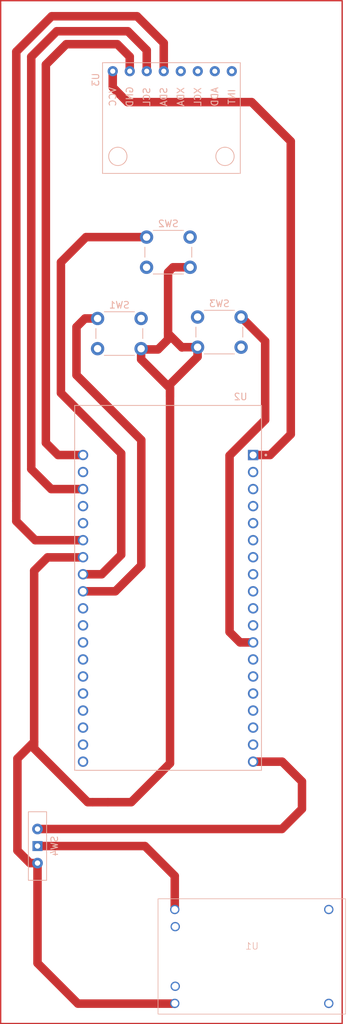
<source format=kicad_pcb>
(kicad_pcb (version 20241229) (generator "pcbnew") (generator_version "9.0")
  (layers (0 "F.Cu" signal) (2 "B.Cu" signal) (13 "F.Paste" user) (15 "B.Paste" user) (5 "F.SilkS" user "F.Silkscreen") (7 "B.SilkS" user "B.Silkscreen") (1 "F.Mask" user) (3 "B.Mask" user) (25 "Edge.Cuts" user))
  (net 0 "")
  (net 1 "GND")
  (net 2 "Net-(U2-IO14)")
  (net 3 "Net-(U2-IO19)")
  (net 4 "Net-(SW4-B)")
  (net 8 "INPUT")
  (net 9 "Net-(U2-GND3)")
  (net 10 "Net-(U2-IO21)")
  (net 14 "Net-(U2-IO22)")
  (net 20 "Net-(U2-IO18)")
  (net 38 "Net-(SW4-C)")
  (net 45 "Net-(U1-Bat+)")
  (net 46 "Net-(U1-Bat-)")
  (footprint "usini_sensors:module_mpu6050" (layer "B.Cu") (at 59.517 35.015 -90)
    (property "Reference" "U3" (at 1.27 20.32 90) (layer "B.SilkS") (effects (justify mirror)))
    (property "Value" "module_mpu6050")
    (fp_line (start -1.27 19.304) (end 15.24 19.304) (stroke (width 0.12)) (layer "B.SilkS"))
    (fp_line (start 15.24 19.304) (end 15.24 -1.27) (stroke (width 0.12)) (layer "B.SilkS"))
    (fp_line (start -1.27 -1.27) (end -1.27 19.304) (stroke (width 0.12)) (layer "B.SilkS"))
    (fp_line (start 15.24 -1.27) (end -1.27 -1.27) (stroke (width 0.12)) (layer "B.SilkS"))
    (fp_circle (center 12.7 17.018) (end 13.208 15.748) (stroke (width 0.12)) (fill no) (layer "B.SilkS"))
    (fp_circle (center 12.7 1.016) (end 13.208 -0.254) (stroke (width 0.12)) (fill no) (layer "B.SilkS"))
    (fp_text user "SDA" (at 3.81 10.16 90) (layer "B.SilkS") (effects (justify mirror)))
    (fp_text user "ADD" (at 3.81 2.54 90) (layer "B.SilkS") (effects (justify mirror)))
    (fp_text user "INT" (at 3.81 0 90) (layer "B.SilkS") (effects (justify mirror)))
    (fp_text user "GND" (at 3.81 15.24 90) (layer "B.SilkS") (effects (justify mirror)))
    (fp_text user "XCL" (at 3.81 5.08 90) (layer "B.SilkS") (effects (justify mirror)))
    (fp_text user "XDA" (at 3.81 7.62 90) (layer "B.SilkS") (effects (justify mirror)))
    (fp_text user "VCC" (at 3.81 17.78 90) (layer "B.SilkS") (effects (justify mirror)))
    (fp_text user "SCL" (at 3.81 12.7 90) (layer "B.SilkS") (effects (justify mirror)))
    (pad "1" thru_hole circle (at 0 17.78 270) (size 1.524 1.524) (drill 0.762) (layers "*.Cu" "*.Mask") (net 8 "INPUT"))
    (pad "2" thru_hole circle (at 0 15.24 270) (size 1.524 1.524) (drill 0.762) (layers "*.Cu" "*.Mask") (net 9 "Net-(U2-GND3)"))
    (pad "3" thru_hole circle (at 0 12.7 270) (size 1.524 1.524) (drill 0.762) (layers "*.Cu" "*.Mask") (net 14 "Net-(U2-IO22)"))
    (pad "4" thru_hole circle (at 0 10.16 270) (size 1.524 1.524) (drill 0.762) (layers "*.Cu" "*.Mask") (net 10 "Net-(U2-IO21)"))
    (pad "5" thru_hole circle (at 0 7.62 270) (size 1.524 1.524) (drill 0.762) (layers "*.Cu" "*.Mask"))
    (pad "6" thru_hole circle (at 0 5.08 270) (size 1.524 1.524) (drill 0.762) (layers "*.Cu" "*.Mask"))
    (pad "7" thru_hole circle (at 0 2.54 270) (size 1.524 1.524) (drill 0.762) (layers "*.Cu" "*.Mask"))
    (pad "8" thru_hole circle (at 0 0 270) (size 1.524 1.524) (drill 0.762) (layers "*.Cu" "*.Mask"))
  )
  (footprint "Button_Switch_THT:SW_Slide-03_Wuerth-WS-SLTV_10x2.5x6.4_P2.54mm" (layer "B.Cu") (at 30.5 150.54 90)
    (property "Reference" "SW4" (at 0 2.54 270) (layer "B.SilkS") (effects (justify mirror)))
    (property "Value" "SW_SPDT")
    (fp_rect (start -5.11 1.36) (end 5.11 -1.36) (stroke (width 0.12)) (fill no) (layer "B.SilkS"))
    (pad "1" thru_hole rect (at 0 0 90) (size 1.5 1.5) (drill 0.8) (layers "*.Cu" "*.Mask") (net 4 "Net-(SW4-B)"))
    (pad "2" thru_hole circle (at -2.54 0 90) (size 1.6 1.6) (drill 0.8) (layers "*.Cu" "*.Mask") (net 1 "GND"))
    (pad "3" thru_hole circle (at 2.54 0 90) (size 1.6 1.6) (drill 0.8) (layers "*.Cu" "*.Mask") (net 38 "Net-(SW4-C)"))
  )
  (footprint "Button_Switch_THT:SW_PUSH_6mm" (layer "B.Cu") (at 45.974 71.882 180)
    (property "Reference" "SW1" (at 3.25 2 0) (layer "B.SilkS") (effects (justify mirror)))
    (property "Value" "SW_Left")
    (fp_line (start 6.75 -3) (end 6.75 -1.5) (stroke (width 0.12)) (layer "B.SilkS"))
    (fp_line (start 5.5 1) (end 1 1) (stroke (width 0.12)) (layer "B.SilkS"))
    (fp_line (start 1 -5.5) (end 5.5 -5.5) (stroke (width 0.12)) (layer "B.SilkS"))
    (fp_line (start -0.25 -1.5) (end -0.25 -3) (stroke (width 0.12)) (layer "B.SilkS"))
    (pad "1" thru_hole circle (at 0 0 90) (size 2 2) (drill 1.1) (layers "*.Cu" "*.Mask") (net 20 "Net-(U2-IO18)"))
    (pad "1" thru_hole circle (at 6.5 0 90) (size 2 2) (drill 1.1) (layers "*.Cu" "*.Mask") (net 20 "Net-(U2-IO18)"))
    (pad "2" thru_hole circle (at 0 -4.5 90) (size 2 2) (drill 1.1) (layers "*.Cu" "*.Mask") (net 1 "GND"))
    (pad "2" thru_hole circle (at 6.5 -4.5 90) (size 2 2) (drill 1.1) (layers "*.Cu" "*.Mask") (net 1 "GND"))
  )
  (footprint "Custom_Boards:TP4056 Customized" (layer "B.Cu") (at 76.5 175.6 180)
    (property "Reference" "U1" (at 13.97 10.136 0) (layer "B.SilkS") (effects (font (thickness 0.1)) (justify mirror)))
    (property "Value" "TP4056  Li-Ion Charger")
    (fp_rect (start 0 17.2) (end 28 0) (stroke (width 0.1)) (fill no) (layer "B.SilkS"))
    (pad "1" thru_hole circle (at 2.5 15.6 180) (size 1.4 1.4) (drill 1) (layers "*.Cu" "*.Mask"))
    (pad "2" thru_hole circle (at 2.5 1.6 180) (size 1.4 1.4) (drill 1) (layers "*.Cu" "*.Mask"))
    (pad "3" thru_hole circle (at 25.5 15.6 180) (size 1.4 1.4) (drill 1) (layers "*.Cu" "*.Mask") (net 4 "Net-(SW4-B)"))
    (pad "4" thru_hole circle (at 25.5 1.6 180) (size 1.4 1.4) (drill 1) (layers "*.Cu" "*.Mask") (net 1 "GND"))
    (pad "5" thru_hole circle (at 25.43 13.045 180) (size 1.4 1.4) (drill 1) (layers "*.Cu" "*.Mask") (net 45 "Net-(U1-Bat+)"))
    (pad "6" thru_hole circle (at 25.43 4.155 180) (size 1.4 1.4) (drill 1) (layers "*.Cu" "*.Mask") (net 46 "Net-(U1-Bat-)"))
  )
  (footprint "Button_Switch_THT:SW_PUSH_6mm" (layer "B.Cu") (at 53.288 59.75 180)
    (property "Reference" "SW2" (at 3.25 2 0) (layer "B.SilkS") (effects (justify mirror)))
    (property "Value" "SW_Scroll")
    (fp_line (start 6.75 -3) (end 6.75 -1.5) (stroke (width 0.12)) (layer "B.SilkS"))
    (fp_line (start 5.5 1) (end 1 1) (stroke (width 0.12)) (layer "B.SilkS"))
    (fp_line (start 1 -5.5) (end 5.5 -5.5) (stroke (width 0.12)) (layer "B.SilkS"))
    (fp_line (start -0.25 -1.5) (end -0.25 -3) (stroke (width 0.12)) (layer "B.SilkS"))
    (pad "1" thru_hole circle (at 0 0 90) (size 2 2) (drill 1.1) (layers "*.Cu" "*.Mask") (net 3 "Net-(U2-IO19)"))
    (pad "1" thru_hole circle (at 6.5 0 90) (size 2 2) (drill 1.1) (layers "*.Cu" "*.Mask") (net 3 "Net-(U2-IO19)"))
    (pad "2" thru_hole circle (at 0 -4.5 90) (size 2 2) (drill 1.1) (layers "*.Cu" "*.Mask") (net 1 "GND"))
    (pad "2" thru_hole circle (at 6.5 -4.5 90) (size 2 2) (drill 1.1) (layers "*.Cu" "*.Mask") (net 1 "GND"))
  )
  (footprint "ESP32-DEVKITC-32D:MODULE_ESP32-DEVKITC-32D" (layer "B.Cu") (at 50 112 180)
    (property "Reference" "U2" (at -10.829175 28.446045 0) (layer "B.SilkS") (effects (font (size 1.000386 1.000386)) (justify mirror)))
    (property "Value" "ESP32-DEVKITC-32D")
    (fp_line (start 13.95 27.15) (end 13.95 -27.25) (stroke (width 0.127)) (layer "B.SilkS"))
    (fp_line (start 13.95 -27.25) (end -13.95 -27.25) (stroke (width 0.127)) (layer "B.SilkS"))
    (fp_line (start -13.95 27.15) (end 13.95 27.15) (stroke (width 0.127)) (layer "B.SilkS"))
    (fp_line (start -13.95 -27.25) (end -13.95 27.15) (stroke (width 0.127)) (layer "B.SilkS"))
    (fp_circle (center -14.6 19.76) (end -14.5 19.76) (stroke (width 0.2)) (fill no) (layer "B.SilkS"))
    (pad "J2-1" thru_hole rect (at -12.7 19.76 180) (size 1.56 1.56) (drill 1.04) (layers "*.Cu" "*.Mask") (net 8 "INPUT"))
    (pad "J2-2" thru_hole circle (at -12.7 17.22 180) (size 1.56 1.56) (drill 1.04) (layers "*.Cu" "*.Mask"))
    (pad "J2-3" thru_hole circle (at -12.7 14.68 180) (size 1.56 1.56) (drill 1.04) (layers "*.Cu" "*.Mask"))
    (pad "J2-4" thru_hole circle (at -12.7 12.14 180) (size 1.56 1.56) (drill 1.04) (layers "*.Cu" "*.Mask"))
    (pad "J2-5" thru_hole circle (at -12.7 9.6 180) (size 1.56 1.56) (drill 1.04) (layers "*.Cu" "*.Mask"))
    (pad "J2-6" thru_hole circle (at -12.7 7.06 180) (size 1.56 1.56) (drill 1.04) (layers "*.Cu" "*.Mask"))
    (pad "J2-7" thru_hole circle (at -12.7 4.52 180) (size 1.56 1.56) (drill 1.04) (layers "*.Cu" "*.Mask"))
    (pad "J2-8" thru_hole circle (at -12.7 1.98 180) (size 1.56 1.56) (drill 1.04) (layers "*.Cu" "*.Mask"))
    (pad "J2-9" thru_hole circle (at -12.7 -0.56 180) (size 1.56 1.56) (drill 1.04) (layers "*.Cu" "*.Mask"))
    (pad "J2-10" thru_hole circle (at -12.7 -3.1 180) (size 1.56 1.56) (drill 1.04) (layers "*.Cu" "*.Mask"))
    (pad "J2-11" thru_hole circle (at -12.7 -5.64 180) (size 1.56 1.56) (drill 1.04) (layers "*.Cu" "*.Mask"))
    (pad "J2-12" thru_hole circle (at -12.7 -8.18 180) (size 1.56 1.56) (drill 1.04) (layers "*.Cu" "*.Mask") (net 2 "Net-(U2-IO14)"))
    (pad "J2-13" thru_hole circle (at -12.7 -10.72 180) (size 1.56 1.56) (drill 1.04) (layers "*.Cu" "*.Mask"))
    (pad "J2-14" thru_hole circle (at -12.7 -13.26 180) (size 1.56 1.56) (drill 1.04) (layers "*.Cu" "*.Mask"))
    (pad "J2-15" thru_hole circle (at -12.7 -15.8 180) (size 1.56 1.56) (drill 1.04) (layers "*.Cu" "*.Mask"))
    (pad "J2-16" thru_hole circle (at -12.7 -18.34 180) (size 1.56 1.56) (drill 1.04) (layers "*.Cu" "*.Mask"))
    (pad "J2-17" thru_hole circle (at -12.7 -20.88 180) (size 1.56 1.56) (drill 1.04) (layers "*.Cu" "*.Mask"))
    (pad "J2-18" thru_hole circle (at -12.7 -23.42 180) (size 1.56 1.56) (drill 1.04) (layers "*.Cu" "*.Mask"))
    (pad "J2-19" thru_hole circle (at -12.7 -25.96 180) (size 1.56 1.56) (drill 1.04) (layers "*.Cu" "*.Mask") (net 38 "Net-(SW4-C)"))
    (pad "J3-1" thru_hole circle (at 12.7 19.76 180) (size 1.56 1.56) (drill 1.04) (layers "*.Cu" "*.Mask") (net 9 "Net-(U2-GND3)"))
    (pad "J3-2" thru_hole circle (at 12.7 17.22 180) (size 1.56 1.56) (drill 1.04) (layers "*.Cu" "*.Mask"))
    (pad "J3-3" thru_hole circle (at 12.7 14.68 180) (size 1.56 1.56) (drill 1.04) (layers "*.Cu" "*.Mask") (net 14 "Net-(U2-IO22)"))
    (pad "J3-4" thru_hole circle (at 12.7 12.14 180) (size 1.56 1.56) (drill 1.04) (layers "*.Cu" "*.Mask"))
    (pad "J3-5" thru_hole circle (at 12.7 9.6 180) (size 1.56 1.56) (drill 1.04) (layers "*.Cu" "*.Mask"))
    (pad "J3-6" thru_hole circle (at 12.7 7.06 180) (size 1.56 1.56) (drill 1.04) (layers "*.Cu" "*.Mask") (net 10 "Net-(U2-IO21)"))
    (pad "J3-7" thru_hole circle (at 12.7 4.52 180) (size 1.56 1.56) (drill 1.04) (layers "*.Cu" "*.Mask") (net 1 "GND"))
    (pad "J3-8" thru_hole circle (at 12.7 1.98 180) (size 1.56 1.56) (drill 1.04) (layers "*.Cu" "*.Mask") (net 3 "Net-(U2-IO19)"))
    (pad "J3-9" thru_hole circle (at 12.7 -0.56 180) (size 1.56 1.56) (drill 1.04) (layers "*.Cu" "*.Mask") (net 20 "Net-(U2-IO18)"))
    (pad "J3-10" thru_hole circle (at 12.7 -3.1 180) (size 1.56 1.56) (drill 1.04) (layers "*.Cu" "*.Mask"))
    (pad "J3-11" thru_hole circle (at 12.7 -5.64 180) (size 1.56 1.56) (drill 1.04) (layers "*.Cu" "*.Mask"))
    (pad "J3-12" thru_hole circle (at 12.7 -8.18 180) (size 1.56 1.56) (drill 1.04) (layers "*.Cu" "*.Mask"))
    (pad "J3-13" thru_hole circle (at 12.7 -10.72 180) (size 1.56 1.56) (drill 1.04) (layers "*.Cu" "*.Mask"))
    (pad "J3-14" thru_hole circle (at 12.7 -13.26 180) (size 1.56 1.56) (drill 1.04) (layers "*.Cu" "*.Mask"))
    (pad "J3-15" thru_hole circle (at 12.7 -15.8 180) (size 1.56 1.56) (drill 1.04) (layers "*.Cu" "*.Mask"))
    (pad "J3-16" thru_hole circle (at 12.7 -18.34 180) (size 1.56 1.56) (drill 1.04) (layers "*.Cu" "*.Mask"))
    (pad "J3-17" thru_hole circle (at 12.7 -20.88 180) (size 1.56 1.56) (drill 1.04) (layers "*.Cu" "*.Mask"))
    (pad "J3-18" thru_hole circle (at 12.7 -23.42 180) (size 1.56 1.56) (drill 1.04) (layers "*.Cu" "*.Mask"))
    (pad "J3-19" thru_hole circle (at 12.7 -25.96 180) (size 1.56 1.56) (drill 1.04) (layers "*.Cu" "*.Mask"))
  )
  (footprint "Button_Switch_THT:SW_PUSH_6mm" (layer "B.Cu") (at 60.908 71.664 180)
    (property "Reference" "SW3" (at 3.25 2 0) (layer "B.SilkS") (effects (justify mirror)))
    (property "Value" "SW_Right")
    (fp_line (start 6.75 -3) (end 6.75 -1.5) (stroke (width 0.12)) (layer "B.SilkS"))
    (fp_line (start 5.5 1) (end 1 1) (stroke (width 0.12)) (layer "B.SilkS"))
    (fp_line (start 1 -5.5) (end 5.5 -5.5) (stroke (width 0.12)) (layer "B.SilkS"))
    (fp_line (start -0.25 -1.5) (end -0.25 -3) (stroke (width 0.12)) (layer "B.SilkS"))
    (pad "1" thru_hole circle (at 0 0 90) (size 2 2) (drill 1.1) (layers "*.Cu" "*.Mask") (net 2 "Net-(U2-IO14)"))
    (pad "1" thru_hole circle (at 6.5 0 90) (size 2 2) (drill 1.1) (layers "*.Cu" "*.Mask") (net 2 "Net-(U2-IO14)"))
    (pad "2" thru_hole circle (at 0 -4.5 90) (size 2 2) (drill 1.1) (layers "*.Cu" "*.Mask") (net 1 "GND"))
    (pad "2" thru_hole circle (at 6.5 -4.5 90) (size 2 2) (drill 1.1) (layers "*.Cu" "*.Mask") (net 1 "GND"))
  )
  (gr_rect (start 25 24.5) (end 76 177) (stroke (width 0.2)) (fill no) (layer "F.Cu"))
  (segment (start 41 144) (end 44.5 144) (width 1.27) (layer "F.Cu") (net 1))
  (segment (start 38 144) (end 38.75 144) (width 1.27) (layer "F.Cu") (net 1))
  (segment (start 38.75 144) (end 41 144) (width 1.27) (layer "F.Cu") (net 1))
  (segment (start 50 74) (end 50 74.13) (width 1.27) (layer "F.Cu") (net 1))
  (segment (start 50.292 138.208) (end 50.292 83.5) (width 1.27) (layer "F.Cu") (net 1))
  (segment (start 30.5 168) (end 36.536 174.036) (width 1.27) (layer "F.Cu") (net 1))
  (segment (start 54.408 77.592) (end 50.292 81.708) (width 1.27) (layer "F.Cu") (net 1))
  (segment (start 45.974 77.974) (end 50.292 82.292) (width 1.27) (layer "F.Cu") (net 1))
  (segment (start 54.408 76.164) (end 54.408 77.592) (width 1.27) (layer "F.Cu") (net 1))
  (segment (start 50.292 82.292) (end 50.292 83.5) (width 1.27) (layer "F.Cu") (net 1))
  (segment (start 30 136) (end 38 144) (width 1.27) (layer "F.Cu") (net 1))
  (segment (start 50 74) (end 50 75) (width 1.27) (layer "F.Cu") (net 1))
  (segment (start 32 107.5) (end 30 109.5) (width 1.27) (layer "F.Cu") (net 1))
  (segment (start 30.5 153.08) (end 29.36863 153.08) (width 1.27) (layer "F.Cu") (net 1))
  (segment (start 37.28 107.5) (end 32 107.5) (width 1.27) (layer "F.Cu") (net 1))
  (segment (start 48.5 76.5) (end 46.092 76.5) (width 1.27) (layer "F.Cu") (net 1))
  (segment (start 46.092 76.5) (end 45.974 76.382) (width 1.27) (layer "F.Cu") (net 1))
  (segment (start 44.5 144) (end 50.292 138.208) (width 1.27) (layer "F.Cu") (net 1))
  (segment (start 50.292 81.708) (end 50.292 83.5) (width 1.27) (layer "F.Cu") (net 1))
  (segment (start 30 109.5) (end 30 135) (width 1.27) (layer "F.Cu") (net 1))
  (segment (start 53.288 64.25) (end 50.75 64.25) (width 1.27) (layer "F.Cu") (net 1))
  (segment (start 30.5 153.08) (end 30.5 168) (width 1.27) (layer "F.Cu") (net 1))
  (segment (start 50.75 64.25) (end 50 65) (width 1.27) (layer "F.Cu") (net 1))
  (segment (start 52.106 76.164) (end 54.408 76.164) (width 1.27) (layer "F.Cu") (net 1))
  (segment (start 29.36863 153.08) (end 27.5 151.21137) (width 1.27) (layer "F.Cu") (net 1))
  (segment (start 27.5 151.21137) (end 27.5 137.5) (width 1.27) (layer "F.Cu") (net 1))
  (segment (start 37.3 107.48) (end 37.28 107.5) (width 1.27) (layer "F.Cu") (net 1))
  (segment (start 50 74.13) (end 52.07 76.2) (width 1.27) (layer "F.Cu") (net 1))
  (segment (start 30 135) (end 30 136) (width 1.27) (layer "F.Cu") (net 1))
  (segment (start 27.5 137.5) (end 30 135) (width 1.27) (layer "F.Cu") (net 1))
  (segment (start 50 75) (end 48.5 76.5) (width 1.27) (layer "F.Cu") (net 1))
  (segment (start 50.964 174.036) (end 51 174) (width 1.27) (layer "F.Cu") (net 1))
  (segment (start 45.974 76.382) (end 45.974 77.974) (width 1.27) (layer "F.Cu") (net 1))
  (segment (start 50 65) (end 50 74) (width 1.27) (layer "F.Cu") (net 1))
  (segment (start 52.07 76.2) (end 52.106 76.164) (width 1.27) (layer "F.Cu") (net 1))
  (segment (start 36.536 174.036) (end 50.964 174.036) (width 1.27) (layer "F.Cu") (net 1))
  (segment (start 59.182 118.618) (end 60.744 120.18) (width 1.27) (layer "F.Cu") (net 2))
  (segment (start 59.182 92.318) (end 59.182 118.618) (width 1.27) (layer "F.Cu") (net 2))
  (segment (start 60.908 71.664) (end 64.5 75.256) (width 1.27) (layer "F.Cu") (net 2))
  (segment (start 64.5 75.256) (end 64.5 87) (width 1.27) (layer "F.Cu") (net 2))
  (segment (start 64.5 87) (end 59.182 92.318) (width 1.27) (layer "F.Cu") (net 2))
  (segment (start 60.744 120.18) (end 62.7 120.18) (width 1.27) (layer "F.Cu") (net 2))
  (segment (start 43 92) (end 34 83) (width 1.27) (layer "F.Cu") (net 3))
  (segment (start 37.75 59.75) (end 46.788 59.75) (width 1.27) (layer "F.Cu") (net 3))
  (segment (start 40.094 110.02) (end 43 107.114) (width 1.27) (layer "F.Cu") (net 3))
  (segment (start 34 63.5) (end 37.75 59.75) (width 1.27) (layer "F.Cu") (net 3))
  (segment (start 34 83) (end 34 63.5) (width 1.27) (layer "F.Cu") (net 3))
  (segment (start 43 107.114) (end 43 92) (width 1.27) (layer "F.Cu") (net 3))
  (segment (start 37.3 110.02) (end 40.094 110.02) (width 1.27) (layer "F.Cu") (net 3))
  (segment (start 51 155) (end 51 160) (width 1.27) (layer "F.Cu") (net 4))
  (segment (start 46.54 150.54) (end 51 155) (width 1.27) (layer "F.Cu") (net 4))
  (segment (start 30.5 150.54) (end 46.54 150.54) (width 1.27) (layer "F.Cu") (net 4))
  (segment (start 41.737 37.419) (end 43.942 39.624) (width 1.27) (layer "F.Cu") (net 8))
  (segment (start 62.484 39.624) (end 68.326 45.466) (width 1.27) (layer "F.Cu") (net 8))
  (segment (start 68.326 89.154) (end 65.24 92.24) (width 1.27) (layer "F.Cu") (net 8))
  (segment (start 65.24 92.24) (end 62.7 92.24) (width 1.27) (layer "F.Cu") (net 8))
  (segment (start 41.737 35.015) (end 41.737 37.419) (width 1.27) (layer "F.Cu") (net 8))
  (segment (start 68.326 45.466) (end 68.326 89.154) (width 1.27) (layer "F.Cu") (net 8))
  (segment (start 43.942 39.624) (end 62.484 39.624) (width 1.27) (layer "F.Cu") (net 8))
  (segment (start 44.277 35.015) (end 44.277 32.847) (width 1.27) (layer "F.Cu") (net 9))
  (segment (start 31.75 34.036) (end 31.75 90.424) (width 1.27) (layer "F.Cu") (net 9))
  (segment (start 42.418 30.988) (end 34.798 30.988) (width 1.27) (layer "F.Cu") (net 9))
  (segment (start 44.277 32.847) (end 42.418 30.988) (width 1.27) (layer "F.Cu") (net 9))
  (segment (start 33.566 92.24) (end 37.3 92.24) (width 1.27) (layer "F.Cu") (net 9))
  (segment (start 34.798 30.988) (end 31.75 34.036) (width 1.27) (layer "F.Cu") (net 9))
  (segment (start 31.75 90.424) (end 33.566 92.24) (width 1.27) (layer "F.Cu") (net 9))
  (segment (start 27.3304 99.1108) (end 27.3304 102.108) (width 1.27) (layer "F.Cu") (net 10))
  (segment (start 45.3644 26.8224) (end 32.6136 26.8224) (width 1.27) (layer "F.Cu") (net 10))
  (segment (start 37.3 104.94) (end 30.1624 104.94) (width 1.27) (layer "F.Cu") (net 10))
  (segment (start 27.3304 32.1056) (end 27.3304 99.1108) (width 1.27) (layer "F.Cu") (net 10))
  (segment (start 27.3304 102.108) (end 30.1624 104.94) (width 1.27) (layer "F.Cu") (net 10))
  (segment (start 27.3812 32.0548) (end 27.3304 32.1056) (width 1.27) (layer "F.Cu") (net 10))
  (segment (start 49.357 35.015) (end 49.357 30.815) (width 1.27) (layer "F.Cu") (net 10))
  (segment (start 49.357 30.815) (end 45.3644 26.8224) (width 1.27) (layer "F.Cu") (net 10))
  (segment (start 32.6136 26.8224) (end 27.3812 32.0548) (width 1.27) (layer "F.Cu") (net 10))
  (segment (start 29.5656 32.8676) (end 29.5656 94.3356) (width 1.27) (layer "F.Cu") (net 14))
  (segment (start 46.817 31.8818) (end 43.9928 29.0576) (width 1.27) (layer "F.Cu") (net 14))
  (segment (start 32.55 97.32) (end 37.3 97.32) (width 1.27) (layer "F.Cu") (net 14))
  (segment (start 33.3756 29.0576) (end 29.5656 32.8676) (width 1.27) (layer "F.Cu") (net 14))
  (segment (start 29.5656 94.3356) (end 32.55 97.32) (width 1.27) (layer "F.Cu") (net 14))
  (segment (start 43.9928 29.0576) (end 33.3756 29.0576) (width 1.27) (layer "F.Cu") (net 14))
  (segment (start 46.817 35.015) (end 46.817 31.8818) (width 1.27) (layer "F.Cu") (net 14))
  (segment (start 42.126 112.56) (end 37.3 112.56) (width 1.27) (layer "F.Cu") (net 20))
  (segment (start 46 108.686) (end 42.126 112.56) (width 1.27) (layer "F.Cu") (net 20))
  (segment (start 46 90) (end 46 108.686) (width 1.27) (layer "F.Cu") (net 20))
  (segment (start 39.474 71.882) (end 37.592 71.882) (width 1.27) (layer "F.Cu") (net 20))
  (segment (start 37.592 71.882) (end 36.322 73.152) (width 1.27) (layer "F.Cu") (net 20))
  (segment (start 36.322 80.322) (end 46 90) (width 1.27) (layer "F.Cu") (net 20))
  (segment (start 36.322 73.152) (end 36.322 80.322) (width 1.27) (layer "F.Cu") (net 20))
  (segment (start 70 140.92) (end 70 145) (width 1.27) (layer "F.Cu") (net 38))
  (segment (start 67 148) (end 30.5 148) (width 1.27) (layer "F.Cu") (net 38))
  (segment (start 62.7 137.96) (end 67.04 137.96) (width 1.27) (layer "F.Cu") (net 38))
  (segment (start 70 145) (end 67 148) (width 1.27) (layer "F.Cu") (net 38))
  (segment (start 67.04 137.96) (end 70 140.92) (width 1.27) (layer "F.Cu") (net 38))
)
</source>
